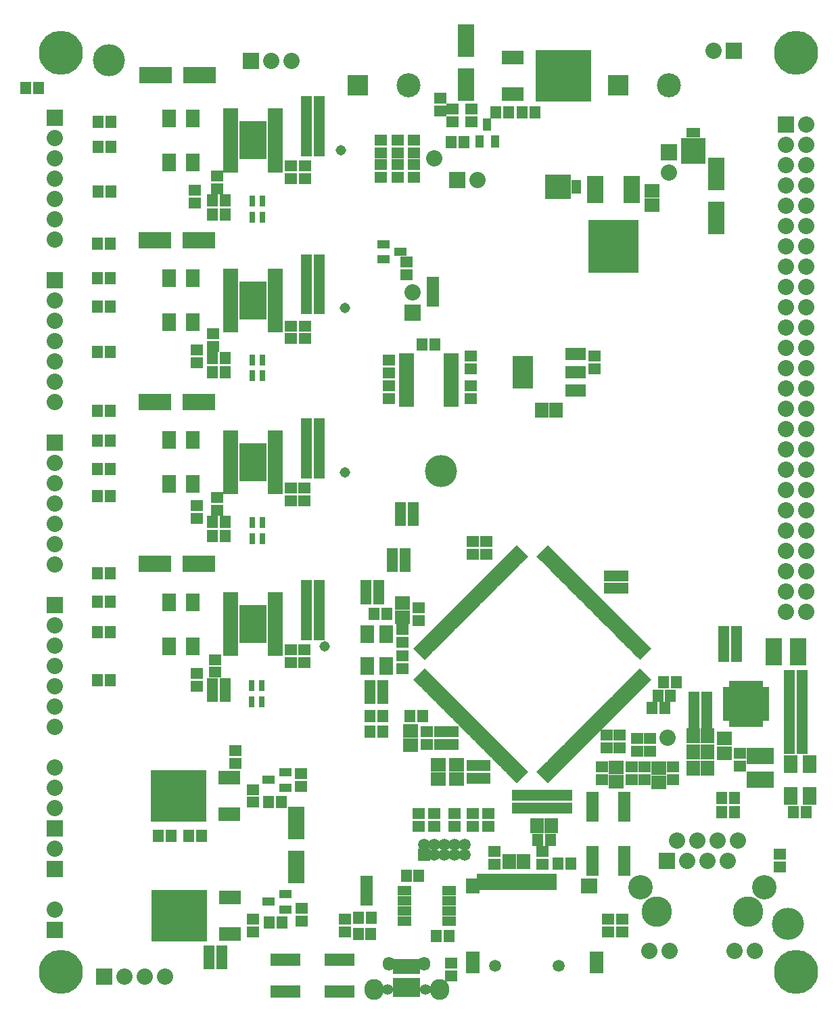
<source format=gts>
G04 (created by PCBNEW (2013-05-18 BZR 4017)-stable) date Mon 15 Dec 2014 21:42:07 GMT*
%MOIN*%
G04 Gerber Fmt 3.4, Leading zero omitted, Abs format*
%FSLAX34Y34*%
G01*
G70*
G90*
G04 APERTURE LIST*
%ADD10C,0.00590551*%
%ADD11C,0.2169*%
%ADD12R,0.0987X0.0987*%
%ADD13C,0.1184*%
%ADD14R,0.1342X0.0948*%
%ADD15O,0.0594X0.0692*%
%ADD16R,0.0357X0.0731*%
%ADD17O,0.0948X0.1027*%
%ADD18C,0.0535*%
%ADD19R,0.083X0.1381*%
%ADD20R,0.2483X0.2641*%
%ADD21R,0.08X0.08*%
%ADD22C,0.08*%
%ADD23R,0.0779X0.0365*%
%ADD24R,0.1381X0.1901*%
%ADD25R,0.0594X0.146*%
%ADD26R,0.146X0.0594*%
%ADD27R,0.0594X0.0436*%
%ADD28R,0.0436X0.0594*%
%ADD29R,0.1X0.164*%
%ADD30R,0.1X0.06*%
%ADD31R,0.1617X0.083*%
%ADD32R,0.083X0.1617*%
%ADD33R,0.0574X0.0594*%
%ADD34R,0.0594X0.0574*%
%ADD35R,0.0653X0.0909*%
%ADD36R,0.0653X0.0771*%
%ADD37R,0.0771X0.0653*%
%ADD38R,0.1106X0.0712*%
%ADD39R,0.2759X0.2523*%
%ADD40R,0.1342X0.0791*%
%ADD41R,0.0791X0.1342*%
%ADD42R,0.0594X0.0594*%
%ADD43C,0.0594*%
%ADD44R,0.0633X0.0987*%
%ADD45R,0.0633X0.0515*%
%ADD46R,0.0672X0.1066*%
%ADD47R,0.0672X0.0751*%
%ADD48R,0.083X0.0751*%
%ADD49R,0.0476X0.083*%
%ADD50R,0.07X0.045*%
%ADD51R,0.0298X0.0436*%
%ADD52R,0.0436X0.0298*%
%ADD53R,0.1499X0.1499*%
%ADD54R,0.12X0.1251*%
%ADD55R,0.07X0.05*%
%ADD56R,0.1251X0.12*%
%ADD57R,0.05X0.07*%
%ADD58C,0.1499*%
%ADD59C,0.12*%
%ADD60R,0.0672X0.0909*%
%ADD61C,0.0515*%
%ADD62C,0.1576*%
%ADD63R,0.029X0.054*%
G04 APERTURE END LIST*
G54D10*
G54D11*
X2754Y1575D03*
G54D12*
X17390Y45236D03*
G54D13*
X19890Y45236D03*
G54D14*
X19781Y787D03*
G54D15*
X18905Y1968D03*
G54D16*
X19781Y1840D03*
X19525Y1840D03*
X19269Y1840D03*
X20037Y1840D03*
X20293Y1840D03*
G54D15*
X20657Y1968D03*
G54D17*
X21395Y716D03*
X18167Y716D03*
G54D18*
X20716Y716D03*
X18846Y716D03*
G54D19*
X30890Y40115D03*
G54D20*
X29990Y37288D03*
G54D19*
X29090Y40115D03*
G54D21*
X12114Y46430D03*
G54D22*
X13114Y46430D03*
X14114Y46430D03*
G54D23*
X13303Y34515D03*
X13303Y34771D03*
X13303Y35027D03*
X13303Y35283D03*
X11101Y33751D03*
X13303Y33747D03*
X13303Y34003D03*
X13303Y34259D03*
X11099Y35539D03*
X11099Y35283D03*
X11099Y35027D03*
X11099Y34771D03*
X11099Y34515D03*
X11099Y34259D03*
X13303Y35539D03*
X11101Y34003D03*
X13303Y33491D03*
X13303Y35795D03*
X11099Y35795D03*
X11099Y33491D03*
X13303Y33236D03*
X13303Y36050D03*
X11099Y36050D03*
X11099Y33236D03*
G54D24*
X12201Y34643D03*
G54D23*
X13302Y26542D03*
X13302Y26798D03*
X13302Y27054D03*
X13302Y27310D03*
X11100Y25778D03*
X13302Y25774D03*
X13302Y26030D03*
X13302Y26286D03*
X11098Y27566D03*
X11098Y27310D03*
X11098Y27054D03*
X11098Y26798D03*
X11098Y26542D03*
X11098Y26286D03*
X13302Y27566D03*
X11100Y26030D03*
X13302Y25518D03*
X13302Y27822D03*
X11098Y27822D03*
X11098Y25518D03*
X13302Y25263D03*
X13302Y28077D03*
X11098Y28077D03*
X11098Y25263D03*
G54D24*
X12200Y26670D03*
G54D23*
X13302Y18571D03*
X13302Y18827D03*
X13302Y19083D03*
X13302Y19339D03*
X11100Y17807D03*
X13302Y17803D03*
X13302Y18059D03*
X13302Y18315D03*
X11098Y19595D03*
X11098Y19339D03*
X11098Y19083D03*
X11098Y18827D03*
X11098Y18571D03*
X11098Y18315D03*
X13302Y19595D03*
X11100Y18059D03*
X13302Y17547D03*
X13302Y19851D03*
X11098Y19851D03*
X11098Y17547D03*
X13302Y17292D03*
X13302Y20106D03*
X11098Y20106D03*
X11098Y17292D03*
G54D24*
X12200Y18699D03*
G54D23*
X13304Y42391D03*
X13304Y42647D03*
X13304Y42903D03*
X13304Y43159D03*
X11102Y41627D03*
X13304Y41623D03*
X13304Y41879D03*
X13304Y42135D03*
X11100Y43415D03*
X11100Y43159D03*
X11100Y42903D03*
X11100Y42647D03*
X11100Y42391D03*
X11100Y42135D03*
X13304Y43415D03*
X11102Y41879D03*
X13304Y41367D03*
X13304Y43671D03*
X11100Y43671D03*
X11100Y41367D03*
X13304Y41112D03*
X13304Y43926D03*
X11100Y43926D03*
X11100Y41112D03*
G54D24*
X12202Y42519D03*
G54D23*
X19762Y30837D03*
X19762Y30581D03*
X19762Y30325D03*
X19762Y30069D03*
X21964Y31601D03*
X19762Y31605D03*
X19762Y31349D03*
X19762Y31093D03*
X21966Y29813D03*
X21966Y30069D03*
X21966Y30325D03*
X21966Y30581D03*
X21966Y30837D03*
X21966Y31093D03*
X19762Y29813D03*
X21964Y31349D03*
X19762Y31861D03*
X19762Y29557D03*
X21966Y29557D03*
X21966Y31861D03*
G54D25*
X30509Y7027D03*
X30509Y9705D03*
X28935Y9705D03*
X28935Y7027D03*
G54D26*
X13816Y591D03*
X16494Y591D03*
X16494Y2165D03*
X13816Y2165D03*
G54D27*
X13800Y4645D03*
X12968Y5020D03*
X13800Y5395D03*
X13800Y10649D03*
X12968Y11024D03*
X13800Y11399D03*
G54D28*
X23383Y42478D03*
X23758Y43310D03*
X24133Y42478D03*
G54D29*
X25509Y31106D03*
G54D30*
X28109Y31106D03*
X28109Y32006D03*
X28109Y30206D03*
G54D31*
X9577Y45748D03*
X7411Y45748D03*
X9546Y21654D03*
X7380Y21654D03*
X9546Y37598D03*
X7380Y37598D03*
X9546Y29626D03*
X7380Y29626D03*
G54D32*
X35029Y40855D03*
X35029Y38689D03*
G54D33*
X35411Y18307D03*
X36041Y18307D03*
X39288Y16142D03*
X38658Y16142D03*
X39288Y15551D03*
X38658Y15551D03*
X35411Y17717D03*
X36041Y17717D03*
X35411Y17126D03*
X36041Y17126D03*
X39288Y14370D03*
X38658Y14370D03*
X39288Y14961D03*
X38658Y14961D03*
X33934Y14469D03*
X34564Y14469D03*
X33934Y15059D03*
X34564Y15059D03*
X38658Y13189D03*
X39288Y13189D03*
G54D34*
X22045Y43445D03*
X22045Y44075D03*
X22990Y43445D03*
X22990Y44075D03*
X12202Y9921D03*
X12202Y10551D03*
X18896Y29803D03*
X18896Y30433D03*
X20372Y9370D03*
X20372Y8740D03*
G54D33*
X20096Y23819D03*
X19466Y23819D03*
G54D34*
X16731Y3524D03*
X16731Y4154D03*
G54D33*
X17990Y14173D03*
X18620Y14173D03*
X17990Y13386D03*
X18620Y13386D03*
X39289Y13780D03*
X38659Y13780D03*
X33934Y13878D03*
X34564Y13878D03*
G54D34*
X29722Y4154D03*
X29722Y3524D03*
X30411Y3524D03*
X30411Y4154D03*
G54D33*
X13601Y9942D03*
X12971Y9942D03*
X13640Y4016D03*
X13010Y4016D03*
G54D34*
X12222Y4154D03*
X12222Y3524D03*
X18896Y31713D03*
X18896Y31083D03*
G54D33*
X19703Y21555D03*
X19073Y21555D03*
G54D34*
X31159Y12441D03*
X31159Y13071D03*
G54D33*
X18423Y19980D03*
X17793Y19980D03*
X38856Y9449D03*
X39486Y9449D03*
X39289Y12598D03*
X38659Y12598D03*
X35313Y10138D03*
X35943Y10138D03*
X35313Y9449D03*
X35943Y9449D03*
X19703Y22146D03*
X19073Y22146D03*
X20096Y24409D03*
X19466Y24409D03*
G54D34*
X31789Y12441D03*
X31789Y13071D03*
G54D33*
X18423Y20571D03*
X17793Y20571D03*
G54D34*
X9447Y31575D03*
X9447Y32205D03*
G54D33*
X15470Y35433D03*
X14840Y35433D03*
X14841Y34839D03*
X15471Y34839D03*
X18620Y15650D03*
X17990Y15650D03*
X14840Y34252D03*
X15470Y34252D03*
G54D34*
X14762Y33382D03*
X14762Y32752D03*
G54D33*
X14840Y36024D03*
X15470Y36024D03*
G54D34*
X14073Y32752D03*
X14073Y33382D03*
X9447Y15630D03*
X9447Y16260D03*
G54D33*
X15470Y19390D03*
X14840Y19390D03*
X14839Y18796D03*
X15469Y18796D03*
G54D34*
X21159Y9370D03*
X21159Y8740D03*
G54D33*
X14840Y18209D03*
X15470Y18209D03*
G54D34*
X14760Y17438D03*
X14760Y16808D03*
G54D33*
X14840Y19980D03*
X15470Y19980D03*
G54D34*
X14071Y16808D03*
X14071Y17438D03*
X9348Y39449D03*
X9348Y40079D03*
G54D33*
X15470Y43209D03*
X14840Y43209D03*
X14842Y42617D03*
X15472Y42617D03*
X14840Y42028D03*
X15470Y42028D03*
G54D34*
X14763Y41258D03*
X14763Y40628D03*
G54D33*
X14840Y43799D03*
X15470Y43799D03*
G54D34*
X14074Y40628D03*
X14074Y41258D03*
X9447Y23898D03*
X9447Y24528D03*
G54D33*
X15470Y27362D03*
X14840Y27362D03*
X14840Y26768D03*
X15470Y26768D03*
X14840Y26181D03*
X15470Y26181D03*
G54D34*
X14761Y25410D03*
X14761Y24780D03*
G54D33*
X14840Y27953D03*
X15470Y27953D03*
G54D34*
X14072Y24780D03*
X14072Y25410D03*
X22144Y9370D03*
X22144Y8740D03*
G54D35*
X9250Y41437D03*
X8068Y41437D03*
G54D36*
X33895Y12402D03*
X34603Y12402D03*
X33895Y13189D03*
X34603Y13189D03*
G54D33*
X17400Y3445D03*
X18015Y3445D03*
G54D37*
X35431Y13052D03*
X35431Y12344D03*
G54D36*
X26435Y29248D03*
X27143Y29248D03*
G54D35*
X9250Y25591D03*
X8068Y25591D03*
X9250Y27756D03*
X8068Y27756D03*
X9250Y43602D03*
X8068Y43602D03*
X9250Y33563D03*
X8068Y33563D03*
X9250Y17618D03*
X8068Y17618D03*
X9250Y35728D03*
X8068Y35728D03*
X9250Y19783D03*
X8068Y19783D03*
G54D34*
X22932Y31279D03*
X22932Y31909D03*
G54D38*
X11063Y3431D03*
G54D39*
X8563Y4331D03*
G54D38*
X11063Y5231D03*
X11061Y9336D03*
G54D39*
X8561Y10236D03*
G54D38*
X11061Y11136D03*
X25018Y46609D03*
G54D39*
X27518Y45709D03*
G54D38*
X25018Y44809D03*
G54D33*
X8187Y8268D03*
X7557Y8268D03*
X10667Y2003D03*
X10037Y2003D03*
X24821Y43898D03*
X24191Y43898D03*
X10052Y2578D03*
X10667Y2578D03*
X9663Y8268D03*
X9048Y8268D03*
X26100Y43898D03*
X25485Y43898D03*
G54D21*
X2429Y43625D03*
G54D22*
X2429Y42625D03*
X2429Y41625D03*
X2429Y40625D03*
X2429Y39625D03*
X2429Y38625D03*
X2429Y37625D03*
G54D21*
X2429Y35625D03*
G54D22*
X2429Y34625D03*
X2429Y33625D03*
X2429Y32625D03*
X2429Y31625D03*
X2429Y30625D03*
X2429Y29625D03*
G54D21*
X2429Y27625D03*
G54D22*
X2429Y26625D03*
X2429Y25625D03*
X2429Y24625D03*
X2429Y23625D03*
X2429Y22625D03*
X2429Y21625D03*
G54D21*
X2429Y19625D03*
G54D22*
X2429Y18625D03*
X2429Y17625D03*
X2429Y16625D03*
X2429Y15625D03*
X2429Y14625D03*
X2429Y13625D03*
G54D21*
X35911Y46929D03*
G54D22*
X34911Y46929D03*
G54D34*
X22932Y30432D03*
X22932Y29802D03*
X36218Y12323D03*
X36218Y11693D03*
G54D40*
X37203Y12205D03*
X37203Y11023D03*
G54D41*
X37891Y17323D03*
X39073Y17323D03*
G54D36*
X34604Y11614D03*
X33896Y11614D03*
G54D33*
X10844Y31791D03*
X10214Y31791D03*
X10844Y39567D03*
X10214Y39567D03*
X10844Y15748D03*
X10214Y15748D03*
X10844Y23720D03*
X10214Y23720D03*
X10214Y31102D03*
X10829Y31102D03*
X10214Y38878D03*
X10829Y38878D03*
X10214Y15157D03*
X10829Y15157D03*
X10214Y23031D03*
X10829Y23031D03*
X14840Y28543D03*
X15470Y28543D03*
X14840Y44390D03*
X15470Y44390D03*
X14840Y36614D03*
X15470Y36614D03*
X14840Y20571D03*
X15470Y20571D03*
G54D36*
X25549Y6988D03*
X24841Y6988D03*
G54D42*
X20651Y7329D03*
G54D43*
X20651Y7829D03*
X21151Y7329D03*
X21151Y7829D03*
X21651Y7329D03*
X21651Y7829D03*
X22151Y7329D03*
X22151Y7829D03*
X22651Y7329D03*
X22651Y7829D03*
G54D44*
X17813Y5807D03*
G54D45*
X17813Y5059D03*
G54D43*
X24140Y1870D03*
X27282Y1870D03*
G54D46*
X23030Y2027D03*
X29132Y2027D03*
G54D47*
X23030Y5807D03*
G54D48*
X28778Y5807D03*
G54D49*
X26947Y6004D03*
X26514Y6004D03*
X26081Y6004D03*
X25648Y6004D03*
X25215Y6004D03*
X24782Y6004D03*
X24349Y6004D03*
X23916Y6004D03*
X23483Y6004D03*
G54D34*
X32911Y11024D03*
X32911Y11654D03*
X30864Y11024D03*
X30864Y11654D03*
G54D33*
X18187Y19193D03*
X18817Y19193D03*
G54D34*
X27655Y10256D03*
X27655Y9626D03*
G54D33*
X26258Y8071D03*
X26888Y8071D03*
G54D34*
X20766Y13406D03*
X20766Y12776D03*
G54D10*
G36*
X25553Y21812D02*
X24994Y22372D01*
X25213Y22591D01*
X25773Y22032D01*
X25553Y21812D01*
X25553Y21812D01*
G37*
G36*
X25414Y21673D02*
X24855Y22232D01*
X25074Y22452D01*
X25633Y21892D01*
X25414Y21673D01*
X25414Y21673D01*
G37*
G36*
X25275Y21534D02*
X24715Y22093D01*
X24935Y22312D01*
X25494Y21753D01*
X25275Y21534D01*
X25275Y21534D01*
G37*
G36*
X25135Y21395D02*
X24576Y21954D01*
X24795Y22173D01*
X25355Y21614D01*
X25135Y21395D01*
X25135Y21395D01*
G37*
G36*
X24996Y21255D02*
X24437Y21815D01*
X24656Y22034D01*
X25215Y21474D01*
X24996Y21255D01*
X24996Y21255D01*
G37*
G36*
X24858Y21117D02*
X24298Y21676D01*
X24517Y21895D01*
X25077Y21336D01*
X24858Y21117D01*
X24858Y21117D01*
G37*
G36*
X24718Y20977D02*
X24159Y21537D01*
X24378Y21756D01*
X24937Y21197D01*
X24718Y20977D01*
X24718Y20977D01*
G37*
G36*
X24579Y20838D02*
X24020Y21397D01*
X24239Y21617D01*
X24798Y21057D01*
X24579Y20838D01*
X24579Y20838D01*
G37*
G36*
X24440Y20699D02*
X23880Y21258D01*
X24100Y21477D01*
X24659Y20918D01*
X24440Y20699D01*
X24440Y20699D01*
G37*
G36*
X24300Y20559D02*
X23741Y21119D01*
X23960Y21338D01*
X24520Y20779D01*
X24300Y20559D01*
X24300Y20559D01*
G37*
G36*
X24161Y20420D02*
X23602Y20979D01*
X23821Y21199D01*
X24380Y20639D01*
X24161Y20420D01*
X24161Y20420D01*
G37*
G36*
X24022Y20282D02*
X23463Y20841D01*
X23682Y21060D01*
X24242Y20501D01*
X24022Y20282D01*
X24022Y20282D01*
G37*
G36*
X23883Y20142D02*
X23324Y20702D01*
X23543Y20921D01*
X24102Y20361D01*
X23883Y20142D01*
X23883Y20142D01*
G37*
G36*
X23744Y20003D02*
X23185Y20562D01*
X23404Y20781D01*
X23963Y20222D01*
X23744Y20003D01*
X23744Y20003D01*
G37*
G36*
X23605Y19864D02*
X23045Y20423D01*
X23264Y20642D01*
X23824Y20083D01*
X23605Y19864D01*
X23605Y19864D01*
G37*
G36*
X23465Y19724D02*
X22906Y20284D01*
X23125Y20503D01*
X23684Y19944D01*
X23465Y19724D01*
X23465Y19724D01*
G37*
G36*
X23326Y19585D02*
X22767Y20144D01*
X22986Y20364D01*
X23545Y19804D01*
X23326Y19585D01*
X23326Y19585D01*
G37*
G36*
X23187Y19446D02*
X22627Y20005D01*
X22847Y20224D01*
X23406Y19665D01*
X23187Y19446D01*
X23187Y19446D01*
G37*
G36*
X23048Y19307D02*
X22489Y19866D01*
X22708Y20086D01*
X23267Y19526D01*
X23048Y19307D01*
X23048Y19307D01*
G37*
G36*
X22909Y19168D02*
X22349Y19727D01*
X22569Y19946D01*
X23128Y19387D01*
X22909Y19168D01*
X22909Y19168D01*
G37*
G36*
X22769Y19029D02*
X22210Y19588D01*
X22429Y19807D01*
X22989Y19248D01*
X22769Y19029D01*
X22769Y19029D01*
G37*
G36*
X22630Y18889D02*
X22071Y19449D01*
X22290Y19668D01*
X22849Y19108D01*
X22630Y18889D01*
X22630Y18889D01*
G37*
G36*
X22491Y18750D02*
X21932Y19309D01*
X22151Y19528D01*
X22710Y18969D01*
X22491Y18750D01*
X22491Y18750D01*
G37*
G36*
X22352Y18611D02*
X21792Y19170D01*
X22011Y19389D01*
X22571Y18830D01*
X22352Y18611D01*
X22352Y18611D01*
G37*
G36*
X22212Y18471D02*
X21653Y19031D01*
X21872Y19250D01*
X22431Y18691D01*
X22212Y18471D01*
X22212Y18471D01*
G37*
G36*
X22074Y18333D02*
X21514Y18892D01*
X21734Y19111D01*
X22293Y18552D01*
X22074Y18333D01*
X22074Y18333D01*
G37*
G36*
X21934Y18193D02*
X21375Y18753D01*
X21594Y18972D01*
X22154Y18413D01*
X21934Y18193D01*
X21934Y18193D01*
G37*
G36*
X21795Y18054D02*
X21236Y18613D01*
X21455Y18833D01*
X22014Y18273D01*
X21795Y18054D01*
X21795Y18054D01*
G37*
G36*
X21656Y17915D02*
X21096Y18474D01*
X21316Y18693D01*
X21875Y18134D01*
X21656Y17915D01*
X21656Y17915D01*
G37*
G36*
X21516Y17776D02*
X20957Y18335D01*
X21176Y18554D01*
X21736Y17995D01*
X21516Y17776D01*
X21516Y17776D01*
G37*
G36*
X21377Y17636D02*
X20818Y18196D01*
X21037Y18415D01*
X21596Y17855D01*
X21377Y17636D01*
X21377Y17636D01*
G37*
G36*
X21239Y17498D02*
X20679Y18057D01*
X20898Y18276D01*
X21458Y17717D01*
X21239Y17498D01*
X21239Y17498D01*
G37*
G36*
X21099Y17358D02*
X20540Y17918D01*
X20759Y18137D01*
X21318Y17578D01*
X21099Y17358D01*
X21099Y17358D01*
G37*
G36*
X20960Y17219D02*
X20401Y17778D01*
X20620Y17998D01*
X21179Y17438D01*
X20960Y17219D01*
X20960Y17219D01*
G37*
G36*
X20821Y17080D02*
X20261Y17639D01*
X20481Y17858D01*
X21040Y17299D01*
X20821Y17080D01*
X20821Y17080D01*
G37*
G36*
X20681Y16940D02*
X20122Y17500D01*
X20341Y17719D01*
X20901Y17160D01*
X20681Y16940D01*
X20681Y16940D01*
G37*
G36*
X26750Y10872D02*
X26190Y11431D01*
X26410Y11651D01*
X26969Y11091D01*
X26750Y10872D01*
X26750Y10872D01*
G37*
G36*
X26889Y11011D02*
X26330Y11571D01*
X26549Y11790D01*
X27108Y11231D01*
X26889Y11011D01*
X26889Y11011D01*
G37*
G36*
X27028Y11151D02*
X26469Y11710D01*
X26688Y11929D01*
X27248Y11370D01*
X27028Y11151D01*
X27028Y11151D01*
G37*
G36*
X27168Y11290D02*
X26608Y11849D01*
X26828Y12068D01*
X27387Y11509D01*
X27168Y11290D01*
X27168Y11290D01*
G37*
G36*
X27307Y11429D02*
X26748Y11989D01*
X26967Y12208D01*
X27526Y11648D01*
X27307Y11429D01*
X27307Y11429D01*
G37*
G36*
X27446Y11568D02*
X26886Y12127D01*
X27105Y12346D01*
X27665Y11787D01*
X27446Y11568D01*
X27446Y11568D01*
G37*
G36*
X27585Y11707D02*
X27026Y12266D01*
X27245Y12486D01*
X27804Y11926D01*
X27585Y11707D01*
X27585Y11707D01*
G37*
G36*
X27724Y11846D02*
X27165Y12406D01*
X27384Y12625D01*
X27943Y12066D01*
X27724Y11846D01*
X27724Y11846D01*
G37*
G36*
X27863Y11986D02*
X27304Y12545D01*
X27523Y12764D01*
X28083Y12205D01*
X27863Y11986D01*
X27863Y11986D01*
G37*
G36*
X28003Y12125D02*
X27443Y12684D01*
X27663Y12904D01*
X28222Y12344D01*
X28003Y12125D01*
X28003Y12125D01*
G37*
G36*
X28142Y12264D02*
X27583Y12824D01*
X27802Y13043D01*
X28361Y12484D01*
X28142Y12264D01*
X28142Y12264D01*
G37*
G36*
X28281Y12403D02*
X27721Y12962D01*
X27941Y13181D01*
X28500Y12622D01*
X28281Y12403D01*
X28281Y12403D01*
G37*
G36*
X28420Y12542D02*
X27861Y13102D01*
X28080Y13321D01*
X28639Y12761D01*
X28420Y12542D01*
X28420Y12542D01*
G37*
G36*
X28559Y12682D02*
X28000Y13241D01*
X28219Y13460D01*
X28778Y12901D01*
X28559Y12682D01*
X28559Y12682D01*
G37*
G36*
X28699Y12821D02*
X28139Y13380D01*
X28358Y13599D01*
X28918Y13040D01*
X28699Y12821D01*
X28699Y12821D01*
G37*
G36*
X28838Y12960D02*
X28279Y13519D01*
X28498Y13739D01*
X29057Y13179D01*
X28838Y12960D01*
X28838Y12960D01*
G37*
G36*
X28977Y13099D02*
X28418Y13659D01*
X28637Y13878D01*
X29196Y13319D01*
X28977Y13099D01*
X28977Y13099D01*
G37*
G36*
X29116Y13239D02*
X28557Y13798D01*
X28776Y14017D01*
X29336Y13458D01*
X29116Y13239D01*
X29116Y13239D01*
G37*
G36*
X29255Y13377D02*
X28696Y13937D01*
X28915Y14156D01*
X29474Y13597D01*
X29255Y13377D01*
X29255Y13377D01*
G37*
G36*
X29394Y13517D02*
X28835Y14076D01*
X29054Y14295D01*
X29614Y13736D01*
X29394Y13517D01*
X29394Y13517D01*
G37*
G36*
X29534Y13656D02*
X28974Y14215D01*
X29194Y14434D01*
X29753Y13875D01*
X29534Y13656D01*
X29534Y13656D01*
G37*
G36*
X29673Y13795D02*
X29114Y14355D01*
X29333Y14574D01*
X29892Y14014D01*
X29673Y13795D01*
X29673Y13795D01*
G37*
G36*
X29812Y13935D02*
X29253Y14494D01*
X29472Y14713D01*
X30031Y14154D01*
X29812Y13935D01*
X29812Y13935D01*
G37*
G36*
X29952Y14074D02*
X29392Y14633D01*
X29611Y14852D01*
X30171Y14293D01*
X29952Y14074D01*
X29952Y14074D01*
G37*
G36*
X30091Y14213D02*
X29532Y14772D01*
X29751Y14992D01*
X30310Y14432D01*
X30091Y14213D01*
X30091Y14213D01*
G37*
G36*
X30229Y14352D02*
X29670Y14911D01*
X29889Y15130D01*
X30449Y14571D01*
X30229Y14352D01*
X30229Y14352D01*
G37*
G36*
X30369Y14491D02*
X29809Y15050D01*
X30029Y15270D01*
X30588Y14710D01*
X30369Y14491D01*
X30369Y14491D01*
G37*
G36*
X30508Y14630D02*
X29949Y15190D01*
X30168Y15409D01*
X30727Y14850D01*
X30508Y14630D01*
X30508Y14630D01*
G37*
G36*
X30647Y14770D02*
X30088Y15329D01*
X30307Y15548D01*
X30867Y14989D01*
X30647Y14770D01*
X30647Y14770D01*
G37*
G36*
X30787Y14909D02*
X30227Y15468D01*
X30447Y15687D01*
X31006Y15128D01*
X30787Y14909D01*
X30787Y14909D01*
G37*
G36*
X30926Y15048D02*
X30367Y15608D01*
X30586Y15827D01*
X31145Y15267D01*
X30926Y15048D01*
X30926Y15048D01*
G37*
G36*
X31065Y15187D02*
X30505Y15746D01*
X30724Y15965D01*
X31284Y15406D01*
X31065Y15187D01*
X31065Y15187D01*
G37*
G36*
X31204Y15326D02*
X30645Y15885D01*
X30864Y16105D01*
X31423Y15545D01*
X31204Y15326D01*
X31204Y15326D01*
G37*
G36*
X31343Y15465D02*
X30784Y16025D01*
X31003Y16244D01*
X31562Y15685D01*
X31343Y15465D01*
X31343Y15465D01*
G37*
G36*
X31482Y15605D02*
X30923Y16164D01*
X31142Y16383D01*
X31702Y15824D01*
X31482Y15605D01*
X31482Y15605D01*
G37*
G36*
X31622Y15744D02*
X31062Y16303D01*
X31282Y16523D01*
X31841Y15963D01*
X31622Y15744D01*
X31622Y15744D01*
G37*
G36*
X20341Y15744D02*
X20122Y15963D01*
X20681Y16523D01*
X20901Y16303D01*
X20341Y15744D01*
X20341Y15744D01*
G37*
G36*
X20481Y15605D02*
X20261Y15824D01*
X20821Y16383D01*
X21040Y16164D01*
X20481Y15605D01*
X20481Y15605D01*
G37*
G36*
X20620Y15465D02*
X20401Y15685D01*
X20960Y16244D01*
X21179Y16025D01*
X20620Y15465D01*
X20620Y15465D01*
G37*
G36*
X20759Y15326D02*
X20540Y15545D01*
X21099Y16105D01*
X21318Y15885D01*
X20759Y15326D01*
X20759Y15326D01*
G37*
G36*
X20898Y15187D02*
X20679Y15406D01*
X21239Y15965D01*
X21458Y15746D01*
X20898Y15187D01*
X20898Y15187D01*
G37*
G36*
X21037Y15048D02*
X20818Y15267D01*
X21377Y15827D01*
X21596Y15608D01*
X21037Y15048D01*
X21037Y15048D01*
G37*
G36*
X21176Y14909D02*
X20957Y15128D01*
X21516Y15687D01*
X21736Y15468D01*
X21176Y14909D01*
X21176Y14909D01*
G37*
G36*
X21316Y14770D02*
X21096Y14989D01*
X21656Y15548D01*
X21875Y15329D01*
X21316Y14770D01*
X21316Y14770D01*
G37*
G36*
X21455Y14630D02*
X21236Y14850D01*
X21795Y15409D01*
X22014Y15190D01*
X21455Y14630D01*
X21455Y14630D01*
G37*
G36*
X21594Y14491D02*
X21375Y14710D01*
X21934Y15270D01*
X22154Y15050D01*
X21594Y14491D01*
X21594Y14491D01*
G37*
G36*
X21734Y14352D02*
X21514Y14571D01*
X22074Y15130D01*
X22293Y14911D01*
X21734Y14352D01*
X21734Y14352D01*
G37*
G36*
X21872Y14213D02*
X21653Y14432D01*
X22212Y14992D01*
X22431Y14772D01*
X21872Y14213D01*
X21872Y14213D01*
G37*
G36*
X22011Y14074D02*
X21792Y14293D01*
X22352Y14852D01*
X22571Y14633D01*
X22011Y14074D01*
X22011Y14074D01*
G37*
G36*
X22151Y13935D02*
X21932Y14154D01*
X22491Y14713D01*
X22710Y14494D01*
X22151Y13935D01*
X22151Y13935D01*
G37*
G36*
X22290Y13795D02*
X22071Y14014D01*
X22630Y14574D01*
X22849Y14355D01*
X22290Y13795D01*
X22290Y13795D01*
G37*
G36*
X22429Y13656D02*
X22210Y13875D01*
X22769Y14434D01*
X22989Y14215D01*
X22429Y13656D01*
X22429Y13656D01*
G37*
G36*
X22569Y13517D02*
X22349Y13736D01*
X22909Y14295D01*
X23128Y14076D01*
X22569Y13517D01*
X22569Y13517D01*
G37*
G36*
X22708Y13377D02*
X22489Y13597D01*
X23048Y14156D01*
X23267Y13937D01*
X22708Y13377D01*
X22708Y13377D01*
G37*
G36*
X22847Y13239D02*
X22627Y13458D01*
X23187Y14017D01*
X23406Y13798D01*
X22847Y13239D01*
X22847Y13239D01*
G37*
G36*
X22986Y13099D02*
X22767Y13319D01*
X23326Y13878D01*
X23545Y13659D01*
X22986Y13099D01*
X22986Y13099D01*
G37*
G36*
X23125Y12960D02*
X22906Y13179D01*
X23465Y13739D01*
X23684Y13519D01*
X23125Y12960D01*
X23125Y12960D01*
G37*
G36*
X23264Y12821D02*
X23045Y13040D01*
X23605Y13599D01*
X23824Y13380D01*
X23264Y12821D01*
X23264Y12821D01*
G37*
G36*
X23404Y12682D02*
X23185Y12901D01*
X23744Y13460D01*
X23963Y13241D01*
X23404Y12682D01*
X23404Y12682D01*
G37*
G36*
X23543Y12542D02*
X23324Y12761D01*
X23883Y13321D01*
X24102Y13102D01*
X23543Y12542D01*
X23543Y12542D01*
G37*
G36*
X23682Y12403D02*
X23463Y12622D01*
X24022Y13181D01*
X24242Y12962D01*
X23682Y12403D01*
X23682Y12403D01*
G37*
G36*
X23821Y12264D02*
X23602Y12484D01*
X24161Y13043D01*
X24380Y12824D01*
X23821Y12264D01*
X23821Y12264D01*
G37*
G36*
X23960Y12125D02*
X23741Y12344D01*
X24300Y12904D01*
X24520Y12684D01*
X23960Y12125D01*
X23960Y12125D01*
G37*
G36*
X24100Y11986D02*
X23880Y12205D01*
X24440Y12764D01*
X24659Y12545D01*
X24100Y11986D01*
X24100Y11986D01*
G37*
G36*
X24239Y11846D02*
X24020Y12066D01*
X24579Y12625D01*
X24798Y12406D01*
X24239Y11846D01*
X24239Y11846D01*
G37*
G36*
X24378Y11707D02*
X24159Y11926D01*
X24718Y12486D01*
X24937Y12266D01*
X24378Y11707D01*
X24378Y11707D01*
G37*
G36*
X24517Y11568D02*
X24298Y11787D01*
X24858Y12346D01*
X25077Y12127D01*
X24517Y11568D01*
X24517Y11568D01*
G37*
G36*
X24656Y11429D02*
X24437Y11648D01*
X24996Y12208D01*
X25215Y11989D01*
X24656Y11429D01*
X24656Y11429D01*
G37*
G36*
X24795Y11290D02*
X24576Y11509D01*
X25135Y12068D01*
X25355Y11849D01*
X24795Y11290D01*
X24795Y11290D01*
G37*
G36*
X24935Y11151D02*
X24715Y11370D01*
X25275Y11929D01*
X25494Y11710D01*
X24935Y11151D01*
X24935Y11151D01*
G37*
G36*
X25074Y11011D02*
X24855Y11231D01*
X25414Y11790D01*
X25633Y11571D01*
X25074Y11011D01*
X25074Y11011D01*
G37*
G36*
X25213Y10872D02*
X24994Y11091D01*
X25553Y11651D01*
X25773Y11431D01*
X25213Y10872D01*
X25213Y10872D01*
G37*
G36*
X31282Y16940D02*
X31062Y17160D01*
X31622Y17719D01*
X31841Y17500D01*
X31282Y16940D01*
X31282Y16940D01*
G37*
G36*
X31142Y17080D02*
X30923Y17299D01*
X31482Y17858D01*
X31702Y17639D01*
X31142Y17080D01*
X31142Y17080D01*
G37*
G36*
X31003Y17219D02*
X30784Y17438D01*
X31343Y17998D01*
X31562Y17778D01*
X31003Y17219D01*
X31003Y17219D01*
G37*
G36*
X30864Y17358D02*
X30645Y17578D01*
X31204Y18137D01*
X31423Y17918D01*
X30864Y17358D01*
X30864Y17358D01*
G37*
G36*
X30724Y17498D02*
X30505Y17717D01*
X31065Y18276D01*
X31284Y18057D01*
X30724Y17498D01*
X30724Y17498D01*
G37*
G36*
X30586Y17636D02*
X30367Y17855D01*
X30926Y18415D01*
X31145Y18196D01*
X30586Y17636D01*
X30586Y17636D01*
G37*
G36*
X30447Y17776D02*
X30227Y17995D01*
X30787Y18554D01*
X31006Y18335D01*
X30447Y17776D01*
X30447Y17776D01*
G37*
G36*
X30307Y17915D02*
X30088Y18134D01*
X30647Y18693D01*
X30867Y18474D01*
X30307Y17915D01*
X30307Y17915D01*
G37*
G36*
X30168Y18054D02*
X29949Y18273D01*
X30508Y18833D01*
X30727Y18613D01*
X30168Y18054D01*
X30168Y18054D01*
G37*
G36*
X30029Y18193D02*
X29809Y18413D01*
X30369Y18972D01*
X30588Y18753D01*
X30029Y18193D01*
X30029Y18193D01*
G37*
G36*
X29889Y18333D02*
X29670Y18552D01*
X30229Y19111D01*
X30449Y18892D01*
X29889Y18333D01*
X29889Y18333D01*
G37*
G36*
X29751Y18471D02*
X29532Y18691D01*
X30091Y19250D01*
X30310Y19031D01*
X29751Y18471D01*
X29751Y18471D01*
G37*
G36*
X29611Y18611D02*
X29392Y18830D01*
X29952Y19389D01*
X30171Y19170D01*
X29611Y18611D01*
X29611Y18611D01*
G37*
G36*
X29472Y18750D02*
X29253Y18969D01*
X29812Y19528D01*
X30031Y19309D01*
X29472Y18750D01*
X29472Y18750D01*
G37*
G36*
X29333Y18889D02*
X29114Y19108D01*
X29673Y19668D01*
X29892Y19449D01*
X29333Y18889D01*
X29333Y18889D01*
G37*
G36*
X29194Y19029D02*
X28974Y19248D01*
X29534Y19807D01*
X29753Y19588D01*
X29194Y19029D01*
X29194Y19029D01*
G37*
G36*
X29054Y19168D02*
X28835Y19387D01*
X29394Y19946D01*
X29614Y19727D01*
X29054Y19168D01*
X29054Y19168D01*
G37*
G36*
X28915Y19307D02*
X28696Y19526D01*
X29255Y20086D01*
X29474Y19866D01*
X28915Y19307D01*
X28915Y19307D01*
G37*
G36*
X28776Y19446D02*
X28557Y19665D01*
X29116Y20224D01*
X29336Y20005D01*
X28776Y19446D01*
X28776Y19446D01*
G37*
G36*
X28637Y19585D02*
X28418Y19804D01*
X28977Y20364D01*
X29196Y20144D01*
X28637Y19585D01*
X28637Y19585D01*
G37*
G36*
X28498Y19724D02*
X28279Y19944D01*
X28838Y20503D01*
X29057Y20284D01*
X28498Y19724D01*
X28498Y19724D01*
G37*
G36*
X28358Y19864D02*
X28139Y20083D01*
X28699Y20642D01*
X28918Y20423D01*
X28358Y19864D01*
X28358Y19864D01*
G37*
G36*
X28219Y20003D02*
X28000Y20222D01*
X28559Y20781D01*
X28778Y20562D01*
X28219Y20003D01*
X28219Y20003D01*
G37*
G36*
X28080Y20142D02*
X27861Y20361D01*
X28420Y20921D01*
X28639Y20702D01*
X28080Y20142D01*
X28080Y20142D01*
G37*
G36*
X27941Y20282D02*
X27721Y20501D01*
X28281Y21060D01*
X28500Y20841D01*
X27941Y20282D01*
X27941Y20282D01*
G37*
G36*
X27802Y20420D02*
X27583Y20639D01*
X28142Y21199D01*
X28361Y20979D01*
X27802Y20420D01*
X27802Y20420D01*
G37*
G36*
X27663Y20559D02*
X27443Y20779D01*
X28003Y21338D01*
X28222Y21119D01*
X27663Y20559D01*
X27663Y20559D01*
G37*
G36*
X27523Y20699D02*
X27304Y20918D01*
X27863Y21477D01*
X28083Y21258D01*
X27523Y20699D01*
X27523Y20699D01*
G37*
G36*
X27384Y20838D02*
X27165Y21057D01*
X27724Y21617D01*
X27943Y21397D01*
X27384Y20838D01*
X27384Y20838D01*
G37*
G36*
X27245Y20977D02*
X27026Y21197D01*
X27585Y21756D01*
X27804Y21537D01*
X27245Y20977D01*
X27245Y20977D01*
G37*
G36*
X27105Y21117D02*
X26886Y21336D01*
X27446Y21895D01*
X27665Y21676D01*
X27105Y21117D01*
X27105Y21117D01*
G37*
G36*
X26967Y21255D02*
X26748Y21474D01*
X27307Y22034D01*
X27526Y21815D01*
X26967Y21255D01*
X26967Y21255D01*
G37*
G36*
X26828Y21395D02*
X26608Y21614D01*
X27168Y22173D01*
X27387Y21954D01*
X26828Y21395D01*
X26828Y21395D01*
G37*
G36*
X26688Y21534D02*
X26469Y21753D01*
X27028Y22312D01*
X27248Y22093D01*
X26688Y21534D01*
X26688Y21534D01*
G37*
G36*
X26549Y21673D02*
X26330Y21892D01*
X26889Y22452D01*
X27108Y22232D01*
X26549Y21673D01*
X26549Y21673D01*
G37*
G36*
X26410Y21812D02*
X26190Y22032D01*
X26750Y22591D01*
X26969Y22372D01*
X26410Y21812D01*
X26410Y21812D01*
G37*
G54D37*
X21356Y11771D03*
X21356Y11063D03*
X19585Y19036D03*
X19585Y19744D03*
G54D36*
X26219Y8760D03*
X26927Y8760D03*
G54D37*
X19978Y13445D03*
X19978Y12737D03*
X30116Y11634D03*
X30116Y10926D03*
X32222Y11614D03*
X32222Y10906D03*
G54D33*
X31868Y14567D03*
X32498Y14567D03*
X18030Y4232D03*
X17400Y4232D03*
G54D34*
X19585Y17795D03*
X19585Y18425D03*
X19585Y17146D03*
X19585Y16516D03*
X23620Y11732D03*
X23620Y11102D03*
G54D33*
X32163Y15157D03*
X32793Y15157D03*
G54D34*
X29821Y20453D03*
X29821Y21083D03*
X30411Y20453D03*
X30411Y21083D03*
X21455Y13406D03*
X21455Y12776D03*
X23029Y11732D03*
X23029Y11102D03*
X22045Y13406D03*
X22045Y12776D03*
X20372Y18878D03*
X20372Y19508D03*
X23029Y22126D03*
X23029Y22756D03*
G54D33*
X18620Y15059D03*
X17990Y15059D03*
G54D34*
X27065Y10256D03*
X27065Y9626D03*
X23029Y9370D03*
X23029Y8740D03*
X25884Y10256D03*
X25884Y9626D03*
X23718Y22126D03*
X23718Y22756D03*
G54D33*
X20588Y14173D03*
X19958Y14173D03*
G54D34*
X26474Y9626D03*
X26474Y10256D03*
G54D37*
X22242Y11771D03*
X22242Y11063D03*
G54D33*
X20550Y32480D03*
X21180Y32480D03*
G54D21*
X38474Y43299D03*
G54D22*
X39474Y43299D03*
X38474Y38299D03*
X39474Y42299D03*
X38474Y37299D03*
X39474Y41299D03*
X38474Y36299D03*
X39474Y40299D03*
X38474Y35299D03*
X39474Y39299D03*
X38474Y34299D03*
X39474Y38299D03*
X38474Y33299D03*
X39474Y37299D03*
X38474Y32299D03*
X39474Y36299D03*
X38474Y31299D03*
X39474Y35299D03*
X38474Y30299D03*
X39474Y34299D03*
X38474Y29299D03*
X39474Y33299D03*
X38474Y28299D03*
X39474Y32299D03*
X39474Y31299D03*
X38474Y27299D03*
X39474Y30299D03*
X39474Y28299D03*
X39474Y27299D03*
X39474Y26299D03*
X39474Y25299D03*
X38474Y26299D03*
X38474Y25299D03*
X38474Y42299D03*
X38474Y41299D03*
X38474Y40299D03*
X38474Y39299D03*
X38474Y24299D03*
X39474Y24299D03*
X39474Y29299D03*
X38474Y23299D03*
X39474Y23299D03*
X38474Y22299D03*
X39474Y22299D03*
X38474Y21299D03*
X39474Y21299D03*
X38474Y20299D03*
X39474Y20299D03*
X38474Y19299D03*
X39474Y19299D03*
G54D50*
X21866Y4073D03*
X21866Y4573D03*
X21866Y5073D03*
X21866Y5573D03*
X19666Y5573D03*
X19666Y5073D03*
X19666Y4573D03*
X19666Y4073D03*
G54D33*
X21238Y3346D03*
X21868Y3346D03*
X19762Y6299D03*
X20392Y6299D03*
G54D34*
X19781Y36535D03*
X19781Y35905D03*
X20155Y41319D03*
X20155Y40689D03*
X19348Y41319D03*
X19348Y40689D03*
G54D51*
X35826Y13820D03*
X36023Y13820D03*
X36220Y13820D03*
X36417Y13820D03*
X36613Y13820D03*
X36810Y13820D03*
X37007Y13820D03*
X37204Y13820D03*
G54D52*
X37460Y14862D03*
X37460Y15058D03*
X37460Y15255D03*
X37460Y15452D03*
G54D53*
X36514Y14764D03*
G54D52*
X37460Y14075D03*
X37460Y14272D03*
X37460Y14469D03*
X37460Y14665D03*
G54D51*
X37202Y15708D03*
X37005Y15709D03*
X36809Y15709D03*
X36612Y15709D03*
X36415Y15709D03*
X36218Y15709D03*
X36021Y15709D03*
X35824Y15709D03*
G54D52*
X35569Y15453D03*
X35569Y15256D03*
X35569Y15059D03*
X35569Y14863D03*
X35569Y14666D03*
X35569Y14469D03*
X35569Y14272D03*
X35569Y14075D03*
G54D33*
X5165Y29188D03*
X4535Y29188D03*
G54D54*
X33896Y41988D03*
G54D55*
X33896Y42914D03*
G54D56*
X27230Y40228D03*
G54D57*
X28156Y40228D03*
G54D34*
X10234Y32362D03*
X10234Y32992D03*
X10431Y40138D03*
X10431Y40768D03*
X10333Y16319D03*
X10333Y16949D03*
X10431Y24291D03*
X10431Y24921D03*
G54D58*
X32098Y4528D03*
X36598Y4528D03*
G54D22*
X36098Y8028D03*
X35600Y7028D03*
X35098Y8028D03*
X34600Y7028D03*
X34098Y8028D03*
X33600Y7028D03*
X33098Y8028D03*
G54D59*
X31298Y5729D03*
X37398Y5728D03*
G54D22*
X35956Y2599D03*
X32740Y2599D03*
X36956Y2599D03*
X31740Y2599D03*
G54D21*
X32600Y7028D03*
G54D60*
X38699Y11811D03*
X38699Y10237D03*
X39643Y10237D03*
X39643Y11811D03*
X18777Y16634D03*
X18777Y18208D03*
X17833Y18208D03*
X17833Y16634D03*
G54D61*
X16730Y26181D03*
X16533Y42028D03*
X16730Y34252D03*
X15746Y17618D03*
G54D34*
X25293Y10256D03*
X25293Y9626D03*
X23817Y9370D03*
X23817Y8740D03*
G54D33*
X27242Y6890D03*
X27872Y6890D03*
G54D34*
X26474Y6870D03*
X26474Y7500D03*
G54D33*
X32458Y15846D03*
X33088Y15846D03*
G54D34*
X24112Y6870D03*
X24112Y7500D03*
G54D27*
X18643Y37415D03*
X19475Y37040D03*
X18643Y36665D03*
G54D21*
X32696Y41944D03*
G54D22*
X32696Y40944D03*
G54D21*
X20089Y34050D03*
G54D22*
X20089Y35050D03*
G54D62*
X38581Y3937D03*
X5116Y46457D03*
X21469Y26225D03*
G54D44*
X21079Y34830D03*
G54D45*
X21079Y35578D03*
G54D33*
X22596Y42441D03*
X21966Y42441D03*
G54D34*
X14565Y10709D03*
X14565Y11339D03*
X14604Y4055D03*
X14604Y4685D03*
G54D63*
X12177Y22918D03*
X12677Y22918D03*
X12179Y23706D03*
X12679Y23706D03*
X12181Y31716D03*
X12681Y31716D03*
X12173Y39532D03*
X12673Y39532D03*
X12151Y15652D03*
X12651Y15652D03*
X12151Y14856D03*
X12651Y14856D03*
X12187Y30934D03*
X12687Y30934D03*
X12173Y38732D03*
X12673Y38732D03*
G54D22*
X32638Y13104D03*
X21148Y41630D03*
G54D34*
X38187Y6732D03*
X38187Y7362D03*
X21966Y1378D03*
X21966Y2008D03*
X31514Y11024D03*
X31514Y11654D03*
X29407Y11024D03*
X29407Y11654D03*
G54D21*
X22280Y40558D03*
G54D22*
X23280Y40558D03*
G54D34*
X20155Y41909D03*
X20155Y42524D03*
X19329Y41909D03*
X19329Y42524D03*
X18522Y41909D03*
X18522Y42524D03*
G54D32*
X22695Y47422D03*
X22695Y45256D03*
X14329Y8898D03*
X14329Y6732D03*
G54D33*
X5165Y34338D03*
X4535Y34338D03*
X5215Y42188D03*
X4585Y42188D03*
X4585Y39988D03*
X5215Y39988D03*
X5165Y37438D03*
X4535Y37438D03*
X4535Y35738D03*
X5165Y35738D03*
G54D34*
X21455Y43976D03*
X21455Y44606D03*
G54D33*
X4535Y32088D03*
X5165Y32088D03*
X5165Y21188D03*
X4535Y21188D03*
X4535Y19788D03*
X5165Y19788D03*
X5165Y18288D03*
X4535Y18288D03*
X4535Y15938D03*
X5165Y15938D03*
X4585Y43438D03*
X5215Y43438D03*
G54D34*
X30273Y12618D03*
X30273Y13248D03*
X29045Y31890D03*
X29045Y31260D03*
X11333Y12480D03*
X11333Y11850D03*
G54D37*
X31880Y40042D03*
X31880Y39334D03*
G54D33*
X4535Y27738D03*
X5165Y27738D03*
X5165Y26338D03*
X4535Y26338D03*
X4535Y24988D03*
X5165Y24988D03*
X1645Y45100D03*
X1015Y45100D03*
G54D34*
X18522Y41319D03*
X18522Y40689D03*
X29644Y13248D03*
X29644Y12618D03*
G54D12*
X30205Y45236D03*
G54D13*
X32705Y45236D03*
G54D21*
X4888Y1328D03*
G54D22*
X5888Y1328D03*
X6888Y1328D03*
X7888Y1328D03*
G54D11*
X38974Y46850D03*
X38974Y1575D03*
X2754Y46850D03*
G54D21*
X2429Y8625D03*
G54D22*
X2429Y9625D03*
X2429Y10625D03*
X2429Y11625D03*
G54D21*
X2429Y6625D03*
G54D22*
X2429Y7625D03*
G54D21*
X2429Y3625D03*
G54D22*
X2429Y4625D03*
M02*

</source>
